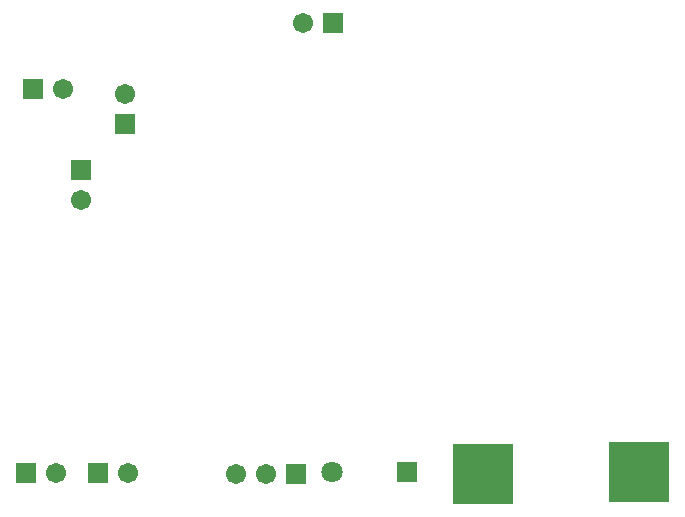
<source format=gbs>
G04 DipTrace 3.0.0.1*
G04 stspin32f0.GBS*
%MOIN*%
G04 #@! TF.FileFunction,Soldermask,Bot*
G04 #@! TF.Part,Single*
%ADD47R,0.204882X0.204882*%
%ADD69C,0.067087*%
%ADD71R,0.067087X0.067087*%
%ADD77R,0.071024X0.071024*%
%ADD79C,0.071024*%
%FSLAX26Y26*%
G04*
G70*
G90*
G75*
G01*
G04 BotMask*
%LPD*%
D79*
X1518938Y507500D3*
D77*
X1768938D3*
D71*
X682997Y1515739D3*
D69*
Y1415739D3*
D71*
X829660Y1669243D3*
D69*
Y1769243D3*
D71*
X1399776Y502849D3*
D69*
X1299776D3*
X1199776D3*
D71*
X500655Y506615D3*
D69*
X600655D3*
D71*
X739990Y506933D3*
D69*
X839990D3*
D71*
X523060Y1784294D3*
D69*
X623060D3*
D71*
X1521306Y2006782D3*
D69*
X1421306D3*
D47*
X2023743Y502112D3*
X2541343Y507676D3*
M02*

</source>
